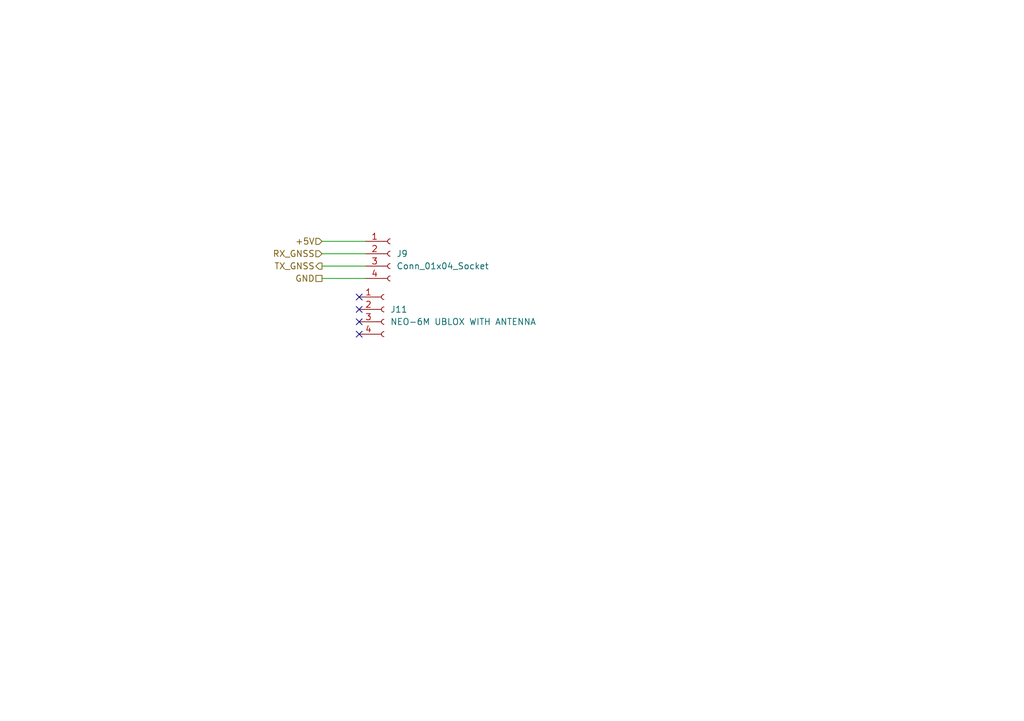
<source format=kicad_sch>
(kicad_sch (version 20250114) (generator "eeschema") (generator_version "9.0")
  (paper "A5")
  (title_block (title "MCU interfaces") (date "2024-04-17") (rev "1.0"))
  (lib_symbols
    (symbol "Connector:Conn_01x04_Socket" (pin_names (offset 1.016) (hide yes))
      (property "Reference" "J" (at 0 5.08 0))
      (property "Value" "Conn_01x04_Socket" (at 0 -7.62 0))
      (symbol "Conn_01x04_Socket_1_1"
        (polyline (pts (xy -1.27 2.54) (xy -0.508 2.54)) (stroke (width 0.1524)))
        (polyline (pts (xy -1.27 0) (xy -0.508 0)) (stroke (width 0.1524)))
        (polyline (pts (xy -1.27 -2.54) (xy -0.508 -2.54)) (stroke (width 0.1524)))
        (polyline (pts (xy -1.27 -5.08) (xy -0.508 -5.08)) (stroke (width 0.1524)))
        (arc (start 0 2.032) (mid -0.5058 2.54) (end 0 3.048) (stroke (width 0.1524)))
        (arc (start 0 -0.508) (mid -0.5058 0) (end 0 0.508) (stroke (width 0.1524)))
        (arc (start 0 -3.048) (mid -0.5058 -2.54) (end 0 -2.032) (stroke (width 0.1524)))
        (arc (start 0 -5.588) (mid -0.5058 -5.08) (end 0 -4.572) (stroke (width 0.1524)))
        (pin passive line (at -5.08 2.54 0) (length 3.81) (name "Pin_1") (number "1"))
        (pin passive line (at -5.08 0 0) (length 3.81) (name "Pin_2") (number "2"))
        (pin passive line (at -5.08 -2.54 0) (length 3.81) (name "Pin_3") (number "3"))
        (pin passive line (at -5.08 -5.08 0) (length 3.81) (name "Pin_4") (number "4"))
      )
    )
  )
  (no_connect (at 73.66 68.58))
  (no_connect (at 73.66 60.96))
  (no_connect (at 73.66 66.04))
  (no_connect (at 73.66 63.5))
  (wire (pts (xy 66.04 54.61) (xy 74.93 54.61)))
  (wire (pts (xy 66.04 49.53) (xy 74.93 49.53)))
  (wire (pts (xy 66.04 57.15) (xy 74.93 57.15)))
  (wire (pts (xy 66.04 52.07) (xy 74.93 52.07)))
  (hierarchical_label "+5V" (shape input) (at 66.04 49.53 180))
  (hierarchical_label "GND" (shape passive) (at 66.04 57.15 180))
  (hierarchical_label "RX_GNSS" (shape input) (at 66.04 52.07 180))
  (hierarchical_label "TX_GNSS" (shape output) (at 66.04 54.61 180))
  (symbol (lib_id "Connector:Conn_01x04_Socket") (at 78.74 63.5 0) (unit 1)
    (property "Reference" "J11" (at 80.01 63.4999 0) (effects (justify left)))
    (property "Value" "NEO-6M UBLOX WITH ANTENNA" (at 80.01 66.0399 0) (effects (justify left)))
    (property "Footprint" "Connector_PinSocket_2.54mm:PinSocket_1x04_P2.54mm_Vertical" (effects (hide yes)))
    (property "Description" "Generic connector, single row, 01x04, script generated" (effects (hide yes)))
  )
  (symbol (lib_id "Connector:Conn_01x04_Socket") (at 80.01 52.07 0) (unit 1)
    (property "Reference" "J9" (at 81.28 52.0699 0) (effects (justify left)))
    (property "Value" "Conn_01x04_Socket" (at 81.28 54.6099 0) (effects (justify left)))
    (property "Footprint" "Connector_PinSocket_2.54mm:PinSocket_1x04_P2.54mm_Vertical" (effects (hide yes)))
    (property "Description" "https://fr.aliexpress.com/item/4001198421663.html?spm=a2g0o.productlist.main.3.19cb20203TUI78&algo_pvid=a54e9259-bcf8-495b-a9e9-95118daa90e9&algo_exp_id=a54e9259-bcf8-495b-a9e9-95118daa90e9-2&pdp_ext_f=%7B\"order\"%3A\"3301\"%2C\"eval\"%3A\"1\"%7D&pdp_npi=4%40dis%21EUR%211.24%210.99%21%21%211.26%211.01%21%40210384b917400921971701493e61da%2110000015275671642%21sea%21FR%210%21ABX&curPageLogUid=ciaQZ1gqdxtb&utparam-url=scene%3Asearch%7Cquery_from%3A" (effects (hide yes)))
    (instances (project "" (path "" (reference "J9") (unit 1)) (path "" (reference "J10") (unit 1))))
  )
)
</source>
